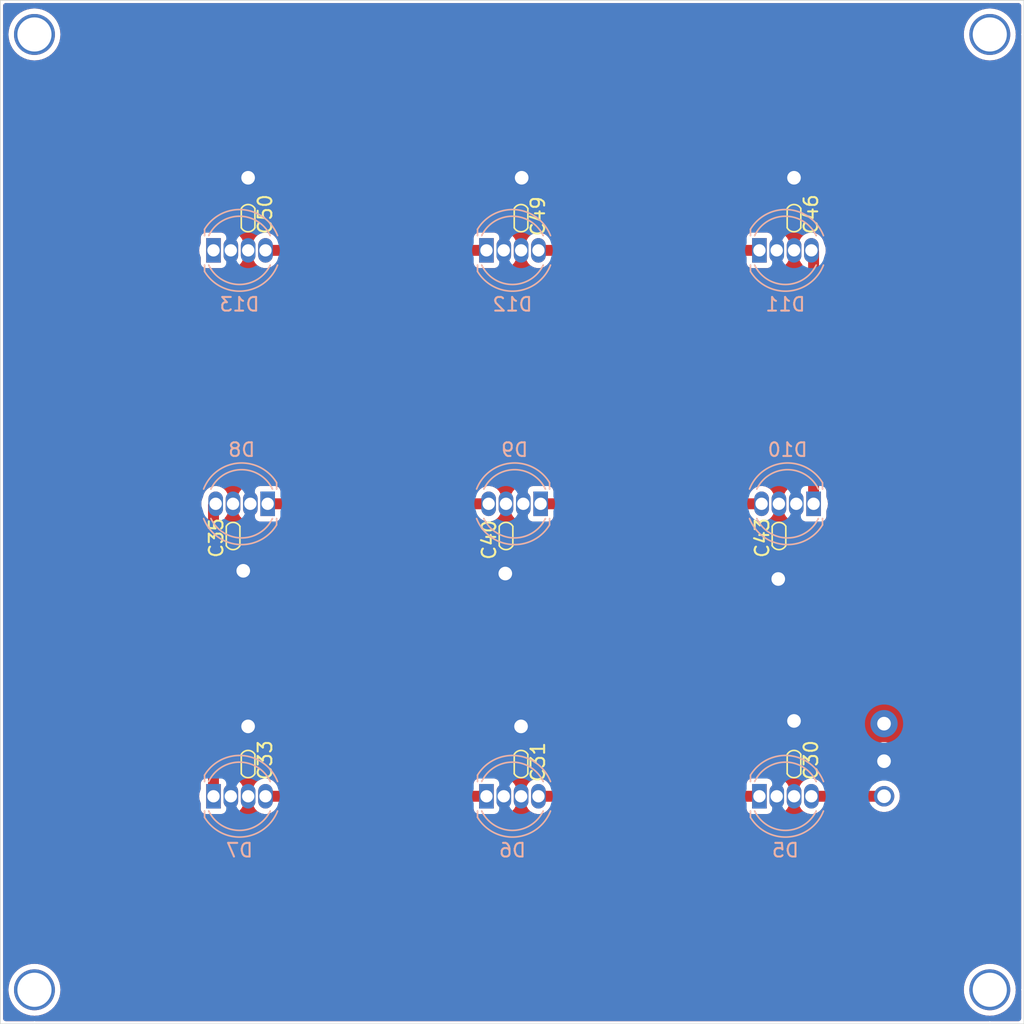
<source format=kicad_pcb>
(kicad_pcb (version 20221018) (generator pcbnew)
  (title_block (title "странный кубик") (date "2023-06-22") (company "НТЦ Вулкан") (comment 1 "Странные игры") (comment 2 "Круглов В.С."))
  (layers (0 "F.Cu" signal) (31 "B.Cu" signal) (34 "B.Paste" user) (35 "F.Paste" user) (36 "B.SilkS" user "B.Silkscreen") (37 "F.SilkS" user "F.Silkscreen") (38 "B.Mask" user) (39 "F.Mask" user) (44 "Edge.Cuts" user))
  (net 0 "")
  (net 1 "GND")
  (net 2 "Net-(D6-DO)")
  (net 3 "Net-(D10-DI)")
  (net 4 "Net-(D5-DO)")
  (net 5 "+3V3")
  (net 6 "Net-(D7-DO)")
  (net 8 "Net-(D10-DO)")
  (net 9 "Net-(D11-DO)")
  (net 10 "Net-(D8-DO)")
  (net 11 "Luminodiodes")
  (net 12 "Net-(D12-DO)")
  (footprint "PCM_Capacitor_SMD_AKL:C_0402_1005Metric" (layer "F.Cu") (at 167.5 131 90)
    (fp_text reference "C31" (at 0.1404 1.2348 90) (layer "F.SilkS"))
    (fp_text value "C_Generic" hide)
    (fp_line (start -0.7 0.5) (end 0.7 0.5) (stroke (width 0.12)) (layer "F.SilkS"))
    (fp_line (start 0.7 -0.5) (end -0.7 -0.5) (stroke (width 0.12)) (layer "F.SilkS"))
    (fp_arc (start -0.7 0.5) (mid -0.998531 0) (end -0.7 -0.5) (stroke (width 0.12)) (layer "F.SilkS"))
    (fp_arc (start 0.7 -0.5) (mid 0.998532 0) (end 0.7 0.5) (stroke (width 0.12)) (layer "F.SilkS"))
    (pad "1" smd roundrect (at -0.48 0 90) (size 0.56 0.62) (layers "F.Cu" "F.Paste" "F.Mask") (net 5 "+3V3"))
    (pad "2" smd roundrect (at 0.48 0 90) (size 0.56 0.62) (layers "F.Cu" "F.Paste" "F.Mask") (net 1 "GND"))
  )
  (footprint "PCM_Capacitor_SMD_AKL:C_0402_1005Metric" (layer "F.Cu") (at 147.5 131 -90)
    (fp_text reference "C33" (at -0.282 -1.2446 90) (layer "F.SilkS"))
    (fp_text value "C_Generic" hide)
    (fp_line (start -0.7 0.5) (end 0.7 0.5) (stroke (width 0.12)) (layer "F.SilkS"))
    (fp_line (start 0.7 -0.5) (end -0.7 -0.5) (stroke (width 0.12)) (layer "F.SilkS"))
    (fp_arc (start -0.7 0.5) (mid -0.998531 0) (end -0.7 -0.5) (stroke (width 0.12)) (layer "F.SilkS"))
    (fp_arc (start 0.7 -0.5) (mid 0.998532 0) (end 0.7 0.5) (stroke (width 0.12)) (layer "F.SilkS"))
    (pad "1" smd roundrect (at -0.48 0 270) (size 0.56 0.62) (layers "F.Cu" "F.Paste" "F.Mask") (net 1 "GND"))
    (pad "2" smd roundrect (at 0.48 0 270) (size 0.56 0.62) (layers "F.Cu" "F.Paste" "F.Mask") (net 5 "+3V3"))
  )
  (footprint "PCM_Capacitor_SMD_AKL:C_0402_1005Metric" (layer "F.Cu") (at 167.5 91 90)
    (fp_text reference "C49" (at 0.1404 1.2348 90) (layer "F.SilkS"))
    (fp_text value "C_Generic" hide)
    (fp_line (start -0.7 0.5) (end 0.7 0.5) (stroke (width 0.12)) (layer "F.SilkS"))
    (fp_line (start 0.7 -0.5) (end -0.7 -0.5) (stroke (width 0.12)) (layer "F.SilkS"))
    (fp_arc (start -0.7 0.5) (mid -0.998531 0) (end -0.7 -0.5) (stroke (width 0.12)) (layer "F.SilkS"))
    (fp_arc (start 0.7 -0.5) (mid 0.998532 0) (end 0.7 0.5) (stroke (width 0.12)) (layer "F.SilkS"))
    (pad "1" smd roundrect (at -0.48 0 90) (size 0.56 0.62) (layers "F.Cu" "F.Paste" "F.Mask") (net 5 "+3V3"))
    (pad "2" smd roundrect (at 0.48 0 90) (size 0.56 0.62) (layers "F.Cu" "F.Paste" "F.Mask") (net 1 "GND"))
  )
  (footprint "PCM_Capacitor_SMD_AKL:C_0402_1005Metric" (layer "F.Cu") (at 146.4 114.2892 -90)
    (fp_text reference "C35" (at 0.1404 1.2348 90) (layer "F.SilkS"))
    (fp_text value "C_Generic" hide)
    (fp_line (start -0.7 0.5) (end 0.7 0.5) (stroke (width 0.12)) (layer "F.SilkS"))
    (fp_line (start 0.7 -0.5) (end -0.7 -0.5) (stroke (width 0.12)) (layer "F.SilkS"))
    (fp_arc (start -0.7 0.5) (mid -0.998531 0) (end -0.7 -0.5) (stroke (width 0.12)) (layer "F.SilkS"))
    (fp_arc (start 0.7 -0.5) (mid 0.998532 0) (end 0.7 0.5) (stroke (width 0.12)) (layer "F.SilkS"))
    (pad "1" smd roundrect (at -0.48 0 270) (size 0.56 0.62) (layers "F.Cu" "F.Paste" "F.Mask") (net 5 "+3V3"))
    (pad "2" smd roundrect (at 0.48 0 270) (size 0.56 0.62) (layers "F.Cu" "F.Paste" "F.Mask") (net 1 "GND"))
  )
  (footprint "PCM_Capacitor_SMD_AKL:C_0402_1005Metric" (layer "F.Cu") (at 166.4 114.2892 90)
    (fp_text reference "C40" (at -0.282 -1.2446 90) (layer "F.SilkS"))
    (fp_text value "C_Generic" hide)
    (fp_line (start -0.7 0.5) (end 0.7 0.5) (stroke (width 0.12)) (layer "F.SilkS"))
    (fp_line (start 0.7 -0.5) (end -0.7 -0.5) (stroke (width 0.12)) (layer "F.SilkS"))
    (fp_arc (start -0.7 0.5) (mid -0.998531 0) (end -0.7 -0.5) (stroke (width 0.12)) (layer "F.SilkS"))
    (fp_arc (start 0.7 -0.5) (mid 0.998532 0) (end 0.7 0.5) (stroke (width 0.12)) (layer "F.SilkS"))
    (pad "1" smd roundrect (at -0.48 0 90) (size 0.56 0.62) (layers "F.Cu" "F.Paste" "F.Mask") (net 1 "GND"))
    (pad "2" smd roundrect (at 0.48 0 90) (size 0.56 0.62) (layers "F.Cu" "F.Paste" "F.Mask") (net 5 "+3V3"))
  )
  (footprint "PCM_Capacitor_SMD_AKL:C_0402_1005Metric" (layer "F.Cu") (at 187.5 91 -90)
    (fp_text reference "C46" (at -0.282 -1.2446 90) (layer "F.SilkS"))
    (fp_text value "C_Generic" hide)
    (fp_line (start -0.7 0.5) (end 0.7 0.5) (stroke (width 0.12)) (layer "F.SilkS"))
    (fp_line (start 0.7 -0.5) (end -0.7 -0.5) (stroke (width 0.12)) (layer "F.SilkS"))
    (fp_arc (start -0.7 0.5) (mid -0.998531 0) (end -0.7 -0.5) (stroke (width 0.12)) (layer "F.SilkS"))
    (fp_arc (start 0.7 -0.5) (mid 0.998532 0) (end 0.7 0.5) (stroke (width 0.12)) (layer "F.SilkS"))
    (pad "1" smd roundrect (at -0.48 0 270) (size 0.56 0.62) (layers "F.Cu" "F.Paste" "F.Mask") (net 1 "GND"))
    (pad "2" smd roundrect (at 0.48 0 270) (size 0.56 0.62) (layers "F.Cu" "F.Paste" "F.Mask") (net 5 "+3V3"))
  )
  (footprint "PCM_Capacitor_SMD_AKL:C_0402_1005Metric" (layer "F.Cu") (at 187.5 131 -90)
    (fp_text reference "C30" (at -0.282 -1.2446 90) (layer "F.SilkS"))
    (fp_text value "C_Generic" hide)
    (fp_line (start -0.7 0.5) (end 0.7 0.5) (stroke (width 0.12)) (layer "F.SilkS"))
    (fp_line (start 0.7 -0.5) (end -0.7 -0.5) (stroke (width 0.12)) (layer "F.SilkS"))
    (fp_arc (start -0.7 0.5) (mid -0.998531 0) (end -0.7 -0.5) (stroke (width 0.12)) (layer "F.SilkS"))
    (fp_arc (start 0.7 -0.5) (mid 0.998532 0) (end 0.7 0.5) (stroke (width 0.12)) (layer "F.SilkS"))
    (pad "1" smd roundrect (at -0.48 0 270) (size 0.56 0.62) (layers "F.Cu" "F.Paste" "F.Mask") (net 1 "GND"))
    (pad "2" smd roundrect (at 0.48 0 270) (size 0.56 0.62) (layers "F.Cu" "F.Paste" "F.Mask") (net 5 "+3V3"))
  )
  (footprint "PCM_Capacitor_SMD_AKL:C_0402_1005Metric" (layer "F.Cu") (at 186.4 114.2892 -90)
    (fp_text reference "C43" (at 0.1404 1.2348 90) (layer "F.SilkS"))
    (fp_text value "C_Generic" hide)
    (fp_line (start -0.7 0.5) (end 0.7 0.5) (stroke (width 0.12)) (layer "F.SilkS"))
    (fp_line (start 0.7 -0.5) (end -0.7 -0.5) (stroke (width 0.12)) (layer "F.SilkS"))
    (fp_arc (start -0.7 0.5) (mid -0.998531 0) (end -0.7 -0.5) (stroke (width 0.12)) (layer "F.SilkS"))
    (fp_arc (start 0.7 -0.5) (mid 0.998532 0) (end 0.7 0.5) (stroke (width 0.12)) (layer "F.SilkS"))
    (pad "1" smd roundrect (at -0.48 0 270) (size 0.56 0.62) (layers "F.Cu" "F.Paste" "F.Mask") (net 5 "+3V3"))
    (pad "2" smd roundrect (at 0.48 0 270) (size 0.56 0.62) (layers "F.Cu" "F.Paste" "F.Mask") (net 1 "GND"))
  )
  (footprint "PCM_Capacitor_SMD_AKL:C_0402_1005Metric" (layer "F.Cu") (at 147.5 91 -90)
    (fp_text reference "C50" (at -0.282 -1.2446 90) (layer "F.SilkS"))
    (fp_text value "C_Generic" hide)
    (fp_line (start -0.7 0.5) (end 0.7 0.5) (stroke (width 0.12)) (layer "F.SilkS"))
    (fp_line (start 0.7 -0.5) (end -0.7 -0.5) (stroke (width 0.12)) (layer "F.SilkS"))
    (fp_arc (start -0.7 0.5) (mid -0.998531 0) (end -0.7 -0.5) (stroke (width 0.12)) (layer "F.SilkS"))
    (fp_arc (start 0.7 -0.5) (mid 0.998532 0) (end 0.7 0.5) (stroke (width 0.12)) (layer "F.SilkS"))
    (pad "1" smd roundrect (at -0.48 0 270) (size 0.56 0.62) (layers "F.Cu" "F.Paste" "F.Mask") (net 1 "GND"))
    (pad "2" smd roundrect (at 0.48 0 270) (size 0.56 0.62) (layers "F.Cu" "F.Paste" "F.Mask") (net 5 "+3V3"))
  )
  (footprint "LED_THT:LED_D5.0mm-4_RGB" (layer "B.Cu") (at 148.935 111.9296 180)
    (fp_text reference "D8" (at 1.905 3.96) (layer "B.SilkS") (effects (justify mirror)))
    (fp_text value "yf923" hide)
    (fp_line (start -0.655 -1.08) (end -0.655 -1.545) (stroke (width 0.12)) (layer "B.SilkS"))
    (fp_line (start -0.655 1.545) (end -0.655 1.08) (stroke (width 0.12)) (layer "B.SilkS"))
    (fp_arc (start -0.655 -1.54483) (mid 2.163456 -2.978809) (end 4.692815 -1.080827) (stroke (width 0.12)) (layer "B.SilkS"))
    (fp_arc (start -0.349684 -1.08) (mid 1.904762 -2.5) (end 4.159479 -1.080429) (stroke (width 0.12)) (layer "B.SilkS"))
    (fp_arc (start 4.159479 1.080429) (mid 1.904762 2.5) (end -0.349684 1.08) (stroke (width 0.12)) (layer "B.SilkS"))
    (fp_arc (start 4.692815 1.080827) (mid 2.163456 2.978808) (end -0.655 1.54483) (stroke (width 0.12)) (layer "B.SilkS"))
    (pad "1" thru_hole rect (at 0 0 180) (size 1.07 1.8) (drill 0.9) (layers "*.Cu" "*.Mask") (net 10 "Net-(D8-DO)"))
    (pad "2" thru_hole oval (at 1.27 0 180) (size 1.07 1.8) (drill 0.9) (layers "*.Cu" "*.Mask") (net 1 "GND"))
    (pad "3" thru_hole oval (at 2.54 0 180) (size 1.07 1.8) (drill 0.9) (layers "*.Cu" "*.Mask") (net 5 "+3V3"))
    (pad "4" thru_hole oval (at 3.81 0 180) (size 1.07 1.8) (drill 0.9) (layers "*.Cu" "*.Mask") (net 6 "Net-(D7-DO)"))
  )
  (footprint "LED_THT:LED_D5.0mm-4_RGB" (layer "B.Cu") (at 184.965 133.3596)
    (fp_text reference "D5" (at 1.905 3.96) (layer "B.SilkS") (effects (justify mirror)))
    (fp_text value "yf923" hide)
    (fp_line (start -0.655 -1.08) (end -0.655 -1.545) (stroke (width 0.12)) (layer "B.SilkS"))
    (fp_line (start -0.655 1.545) (end -0.655 1.08) (stroke (width 0.12)) (layer "B.SilkS"))
    (fp_arc (start -0.655 -1.54483) (mid 2.163456 -2.978809) (end 4.692815 -1.080827) (stroke (width 0.12)) (layer "B.SilkS"))
    (fp_arc (start -0.349684 -1.08) (mid 1.904762 -2.5) (end 4.159479 -1.080429) (stroke (width 0.12)) (layer "B.SilkS"))
    (fp_arc (start 4.159479 1.080429) (mid 1.904762 2.5) (end -0.349684 1.08) (stroke (width 0.12)) (layer "B.SilkS"))
    (fp_arc (start 4.692815 1.080827) (mid 2.163456 2.978808) (end -0.655 1.54483) (stroke (width 0.12)) (layer "B.SilkS"))
    (pad "1" thru_hole rect (at 0 0) (size 1.07 1.8) (drill 0.9) (layers "*.Cu" "*.Mask") (net 4 "Net-(D5-DO)"))
    (pad "2" thru_hole oval (at 1.27 0) (size 1.07 1.8) (drill 0.9) (layers "*.Cu" "*.Mask") (net 1 "GND"))
    (pad "3" thru_hole oval (at 2.54 0) (size 1.07 1.8) (drill 0.9) (layers "*.Cu" "*.Mask") (net 5 "+3V3"))
    (pad "4" thru_hole oval (at 3.81 0) (size 1.07 1.8) (drill 0.9) (layers "*.Cu" "*.Mask") (net 11 "Luminodiodes"))
  )
  (footprint "LED_THT:LED_D5.0mm-4_RGB" (layer "B.Cu") (at 168.935 111.9296 180)
    (fp_text reference "D9" (at 1.905 3.96) (layer "B.SilkS") (effects (justify mirror)))
    (fp_text value "yf923" hide)
    (fp_line (start -0.655 -1.08) (end -0.655 -1.545) (stroke (width 0.12)) (layer "B.SilkS"))
    (fp_line (start -0.655 1.545) (end -0.655 1.08) (stroke (width 0.12)) (layer "B.SilkS"))
    (fp_arc (start -0.655 -1.54483) (mid 2.163456 -2.978809) (end 4.692815 -1.080827) (stroke (width 0.12)) (layer "B.SilkS"))
    (fp_arc (start -0.349684 -1.08) (mid 1.904762 -2.5) (end 4.159479 -1.080429) (stroke (width 0.12)) (layer "B.SilkS"))
    (fp_arc (start 4.159479 1.080429) (mid 1.904762 2.5) (end -0.349684 1.08) (stroke (width 0.12)) (layer "B.SilkS"))
    (fp_arc (start 4.692815 1.080827) (mid 2.163456 2.978808) (end -0.655 1.54483) (stroke (width 0.12)) (layer "B.SilkS"))
    (pad "1" thru_hole rect (at 0 0 180) (size 1.07 1.8) (drill 0.9) (layers "*.Cu" "*.Mask") (net 3 "Net-(D10-DI)"))
    (pad "2" thru_hole oval (at 1.27 0 180) (size 1.07 1.8) (drill 0.9) (layers "*.Cu" "*.Mask") (net 1 "GND"))
    (pad "3" thru_hole oval (at 2.54 0 180) (size 1.07 1.8) (drill 0.9) (layers "*.Cu" "*.Mask") (net 5 "+3V3"))
    (pad "4" thru_hole oval (at 3.81 0 180) (size 1.07 1.8) (drill 0.9) (layers "*.Cu" "*.Mask") (net 10 "Net-(D8-DO)"))
  )
  (footprint "LED_THT:LED_D5.0mm-4_RGB" (layer "B.Cu") (at 188.935 111.9296 180)
    (fp_text reference "D10" (at 1.905 3.96) (layer "B.SilkS") (effects (justify mirror)))
    (fp_text value "yf923" hide)
    (fp_line (start -0.655 -1.08) (end -0.655 -1.545) (stroke (width 0.12)) (layer "B.SilkS"))
    (fp_line (start -0.655 1.545) (end -0.655 1.08) (stroke (width 0.12)) (layer "B.SilkS"))
    (fp_arc (start -0.655 -1.54483) (mid 2.163456 -2.978809) (end 4.692815 -1.080827) (stroke (width 0.12)) (layer "B.SilkS"))
    (fp_arc (start -0.349684 -1.08) (mid 1.904762 -2.5) (end 4.159479 -1.080429) (stroke (width 0.12)) (layer "B.SilkS"))
    (fp_arc (start 4.159479 1.080429) (mid 1.904762 2.5) (end -0.349684 1.08) (stroke (width 0.12)) (layer "B.SilkS"))
    (fp_arc (start 4.692815 1.080827) (mid 2.163456 2.978808) (end -0.655 1.54483) (stroke (width 0.12)) (layer "B.SilkS"))
    (pad "1" thru_hole rect (at 0 0 180) (size 1.07 1.8) (drill 0.9) (layers "*.Cu" "*.Mask") (net 8 "Net-(D10-DO)"))
    (pad "2" thru_hole oval (at 1.27 0 180) (size 1.07 1.8) (drill 0.9) (layers "*.Cu" "*.Mask") (net 1 "GND"))
    (pad "3" thru_hole oval (at 2.54 0 180) (size 1.07 1.8) (drill 0.9) (layers "*.Cu" "*.Mask") (net 5 "+3V3"))
    (pad "4" thru_hole oval (at 3.81 0 180) (size 1.07 1.8) (drill 0.9) (layers "*.Cu" "*.Mask") (net 3 "Net-(D10-DI)"))
  )
  (footprint "LED_THT:LED_D5.0mm-4_RGB" (layer "B.Cu") (at 184.965 93.3596)
    (fp_text reference "D11" (at 1.905 3.96 180) (layer "B.SilkS") (effects (justify mirror)))
    (fp_text value "yf923" hide)
    (fp_line (start -0.655 -1.08) (end -0.655 -1.545) (stroke (width 0.12)) (layer "B.SilkS"))
    (fp_line (start -0.655 1.545) (end -0.655 1.08) (stroke (width 0.12)) (layer "B.SilkS"))
    (fp_arc (start -0.655 -1.54483) (mid 2.163456 -2.978809) (end 4.692815 -1.080827) (stroke (width 0.12)) (layer "B.SilkS"))
    (fp_arc (start -0.349684 -1.08) (mid 1.904762 -2.5) (end 4.159479 -1.080429) (stroke (width 0.12)) (layer "B.SilkS"))
    (fp_arc (start 4.159479 1.080429) (mid 1.904762 2.5) (end -0.349684 1.08) (stroke (width 0.12)) (layer "B.SilkS"))
    (fp_arc (start 4.692815 1.080827) (mid 2.163456 2.978808) (end -0.655 1.54483) (stroke (width 0.12)) (layer "B.SilkS"))
    (pad "1" thru_hole rect (at 0 0) (size 1.07 1.8) (drill 0.9) (layers "*.Cu" "*.Mask") (net 9 "Net-(D11-DO)"))
    (pad "2" thru_hole oval (at 1.27 0) (size 1.07 1.8) (drill 0.9) (layers "*.Cu" "*.Mask") (net 1 "GND"))
    (pad "3" thru_hole oval (at 2.54 0) (size 1.07 1.8) (drill 0.9) (layers "*.Cu" "*.Mask") (net 5 "+3V3"))
    (pad "4" thru_hole oval (at 3.81 0) (size 1.07 1.8) (drill 0.9) (layers "*.Cu" "*.Mask") (net 8 "Net-(D10-DO)"))
  )
  (footprint "LED_THT:LED_D5.0mm-4_RGB" (layer "B.Cu") (at 144.965 133.3596)
    (fp_text reference "D7" (at 1.905 3.96) (layer "B.SilkS") (effects (justify mirror)))
    (fp_text value "yf923" hide)
    (fp_line (start -0.655 -1.08) (end -0.655 -1.545) (stroke (width 0.12)) (layer "B.SilkS"))
    (fp_line (start -0.655 1.545) (end -0.655 1.08) (stroke (width 0.12)) (layer "B.SilkS"))
    (fp_arc (start -0.655 -1.54483) (mid 2.163456 -2.978809) (end 4.692815 -1.080827) (stroke (width 0.12)) (layer "B.SilkS"))
    (fp_arc (start -0.349684 -1.08) (mid 1.904762 -2.5) (end 4.159479 -1.080429) (stroke (width 0.12)) (layer "B.SilkS"))
    (fp_arc (start 4.159479 1.080429) (mid 1.904762 2.5) (end -0.349684 1.08) (stroke (width 0.12)) (layer "B.SilkS"))
    (fp_arc (start 4.692815 1.080827) (mid 2.163456 2.978808) (end -0.655 1.54483) (stroke (width 0.12)) (layer "B.SilkS"))
    (pad "1" thru_hole rect (at 0 0) (size 1.07 1.8) (drill 0.9) (layers "*.Cu" "*.Mask") (net 6 "Net-(D7-DO)"))
    (pad "2" thru_hole oval (at 1.27 0) (size 1.07 1.8) (drill 0.9) (layers "*.Cu" "*.Mask") (net 1 "GND"))
    (pad "3" thru_hole oval (at 2.54 0) (size 1.07 1.8) (drill 0.9) (layers "*.Cu" "*.Mask") (net 5 "+3V3"))
    (pad "4" thru_hole oval (at 3.81 0) (size 1.07 1.8) (drill 0.9) (layers "*.Cu" "*.Mask") (net 2 "Net-(D6-DO)"))
  )
  (footprint "LED_THT:LED_D5.0mm-4_RGB" (layer "B.Cu") (at 144.965 93.3596)
    (fp_text reference "D13" (at 1.905 3.96) (layer "B.SilkS") (effects (justify mirror)))
    (fp_text value "yf923" hide)
    (fp_line (start -0.655 -1.08) (end -0.655 -1.545) (stroke (width 0.12)) (layer "B.SilkS"))
    (fp_line (start -0.655 1.545) (end -0.655 1.08) (stroke (width 0.12)) (layer "B.SilkS"))
    (fp_arc (start -0.655 -1.54483) (mid 2.163456 -2.978809) (end 4.692815 -1.080827) (stroke (width 0.12)) (layer "B.SilkS"))
    (fp_arc (start -0.349684 -1.08) (mid 1.904762 -2.5) (end 4.159479 -1.080429) (stroke (width 0.12)) (layer "B.SilkS"))
    (fp_arc (start 4.159479 1.080429) (mid 1.904762 2.5) (end -0.349684 1.08) (stroke (width 0.12)) (layer "B.SilkS"))
    (fp_arc (start 4.692815 1.080827) (mid 2.163456 2.978808) (end -0.655 1.54483) (stroke (width 0.12)) (layer "B.SilkS"))
    (pad "1" thru_hole rect (at 0 0) (size 1.07 1.8) (drill 0.9) (layers "*.Cu" "*.Mask"))
    (pad "2" thru_hole oval (at 1.27 0) (size 1.07 1.8) (drill 0.9) (layers "*.Cu" "*.Mask") (net 1 "GND"))
    (pad "3" thru_hole oval (at 2.54 0) (size 1.07 1.8) (drill 0.9) (layers "*.Cu" "*.Mask") (net 5 "+3V3"))
    (pad "4" thru_hole oval (at 3.81 0) (size 1.07 1.8) (drill 0.9) (layers "*.Cu" "*.Mask") (net 12 "Net-(D12-DO)"))
  )
  (footprint "LED_THT:LED_D5.0mm-4_RGB" (layer "B.Cu") (at 164.965 133.3596)
    (fp_text reference "D6" (at 1.905 3.96) (layer "B.SilkS") (effects (justify mirror)))
    (fp_text value "yf923" hide)
    (fp_line (start -0.655 -1.08) (end -0.655 -1.545) (stroke (width 0.12)) (layer "B.SilkS"))
    (fp_line (start -0.655 1.545) (end -0.655 1.08) (stroke (width 0.12)) (layer "B.SilkS"))
    (fp_arc (start -0.655 -1.54483) (mid 2.163456 -2.978809) (end 4.692815 -1.080827) (stroke (width 0.12)) (layer "B.SilkS"))
    (fp_arc (start -0.349684 -1.08) (mid 1.904762 -2.5) (end 4.159479 -1.080429) (stroke (width 0.12)) (layer "B.SilkS"))
    (fp_arc (start 4.159479 1.080429) (mid 1.904762 2.5) (end -0.349684 1.08) (stroke (width 0.12)) (layer "B.SilkS"))
    (fp_arc (start 4.692815 1.080827) (mid 2.163456 2.978808) (end -0.655 1.54483) (stroke (width 0.12)) (layer "B.SilkS"))
    (pad "1" thru_hole rect (at 0 0) (size 1.07 1.8) (drill 0.9) (layers "*.Cu" "*.Mask") (net 2 "Net-(D6-DO)"))
    (pad "2" thru_hole oval (at 1.27 0) (size 1.07 1.8) (drill 0.9) (layers "*.Cu" "*.Mask") (net 1 "GND"))
    (pad "3" thru_hole oval (at 2.54 0) (size 1.07 1.8) (drill 0.9) (layers "*.Cu" "*.Mask") (net 5 "+3V3"))
    (pad "4" thru_hole oval (at 3.81 0) (size 1.07 1.8) (drill 0.9) (layers "*.Cu" "*.Mask") (net 4 "Net-(D5-DO)"))
  )
  (footprint "LED_THT:LED_D5.0mm-4_RGB" (layer "B.Cu") (at 164.965 93.3596)
    (fp_text reference "D12" (at 1.905 3.96) (layer "B.SilkS") (effects (justify mirror)))
    (fp_text value "yf923" hide)
    (fp_line (start -0.655 -1.08) (end -0.655 -1.545) (stroke (width 0.12)) (layer "B.SilkS"))
    (fp_line (start -0.655 1.545) (end -0.655 1.08) (stroke (width 0.12)) (layer "B.SilkS"))
    (fp_arc (start -0.655 -1.54483) (mid 2.163456 -2.978809) (end 4.692815 -1.080827) (stroke (width 0.12)) (layer "B.SilkS"))
    (fp_arc (start -0.349684 -1.08) (mid 1.904762 -2.5) (end 4.159479 -1.080429) (stroke (width 0.12)) (layer "B.SilkS"))
    (fp_arc (start 4.159479 1.080429) (mid 1.904762 2.5) (end -0.349684 1.08) (stroke (width 0.12)) (layer "B.SilkS"))
    (fp_arc (start 4.692815 1.080827) (mid 2.163456 2.978808) (end -0.655 1.54483) (stroke (width 0.12)) (layer "B.SilkS"))
    (pad "1" thru_hole rect (at 0 0) (size 1.07 1.8) (drill 0.9) (layers "*.Cu" "*.Mask") (net 12 "Net-(D12-DO)"))
    (pad "2" thru_hole oval (at 1.27 0) (size 1.07 1.8) (drill 0.9) (layers "*.Cu" "*.Mask") (net 1 "GND"))
    (pad "3" thru_hole oval (at 2.54 0) (size 1.07 1.8) (drill 0.9) (layers "*.Cu" "*.Mask") (net 5 "+3V3"))
    (pad "4" thru_hole oval (at 3.81 0) (size 1.07 1.8) (drill 0.9) (layers "*.Cu" "*.Mask") (net 9 "Net-(D11-DO)"))
  )
  (gr_rect (start 129.346 75.04) (end 204.346 150.04) (stroke (width 0.05)) (fill none) (layer "Edge.Cuts"))
  (via (at 201.846 147.54) (size 3) (drill 2.5) (layers "F.Cu" "B.Cu") (net 0))
  (via (at 201.846 77.54) (size 3) (drill 2.5) (layers "F.Cu" "B.Cu") (net 0))
  (via (at 131.846 77.54) (size 3) (drill 2.5) (layers "F.Cu" "B.Cu") (net 0))
  (via (at 131.846 147.54) (size 3) (drill 2.5) (layers "F.Cu" "B.Cu") (net 0))
  (segment (start 187.5 130.52) (end 187.5 127.84) (width 0.8) (layer "F.Cu") (net 1))
  (segment (start 186.4 117.386) (end 186.346 117.44) (width 0.8) (layer "F.Cu") (net 1))
  (segment (start 166.346 117.04) (end 166.4 116.986) (width 0.8) (layer "F.Cu") (net 1))
  (segment (start 147.5 130.5) (end 147.5 128.24) (width 0.8) (layer "F.Cu") (net 1))
  (segment (start 146.4 116.094) (end 147.146 116.84) (width 0.8) (layer "F.Cu") (net 1))
  (segment (start 186.4 114.9692) (end 186.4 117.386) (width 0.8) (layer "F.Cu") (net 1))
  (segment (start 146.4 114.9892) (end 146.4 116.094) (width 0.8) (layer "F.Cu") (net 1))
  (segment (start 187.5 90.32) (end 187.5 88.04) (width 0.8) (layer "F.Cu") (net 1))
  (segment (start 167.5 90.31) (end 167.5 88.086) (width 0.8) (layer "F.Cu") (net 1))
  (segment (start 147.5 90.3) (end 147.5 88.04) (width 0.8) (layer "F.Cu") (net 1))
  (segment (start 166.4 116.986) (end 166.4 114.9892) (width 0.8) (layer "F.Cu") (net 1))
  (segment (start 167.5 130.52) (end 167.5 128.24) (width 0.8) (layer "F.Cu") (net 1))
  (segment (start 167.5 88.086) (end 167.546 88.04) (width 0.8) (layer "F.Cu") (net 1))
  (via (at 147.5 128.24) (size 1.5) (drill 1) (layers "F.Cu" "B.Cu") (net 1))
  (via (at 187.5 127.84) (size 1.5) (drill 1) (layers "F.Cu" "B.Cu") (net 1))
  (via (at 186.346 117.44) (size 1.5) (drill 1) (layers "F.Cu" "B.Cu") (net 1))
  (via (at 147.146 116.84) (size 1.5) (drill 1) (layers "F.Cu" "B.Cu") (net 1))
  (via (at 194.096 130.79) (size 2) (drill 1) (layers "F.Cu" "B.Cu") (net 1))
  (via (at 167.5 128.24) (size 1.5) (drill 1) (layers "F.Cu" "B.Cu") (net 1))
  (via (at 166.346 117.04) (size 1.5) (drill 1) (layers "F.Cu" "B.Cu") (net 1))
  (via (at 147.5 88.04) (size 1.5) (drill 1) (layers "F.Cu" "B.Cu") (net 1))
  (via (at 167.546 88.04) (size 1.5) (drill 1) (layers "F.Cu" "B.Cu") (net 1))
  (via (at 187.5 88.04) (size 1.5) (drill 1) (layers "F.Cu" "B.Cu") (net 1))
  (segment (start 148.775 133.3596) (end 164.965 133.3596) (width 0.8) (layer "F.Cu") (net 2))
  (segment (start 168.935 111.9296) (end 185.125 111.9296) (width 0.8) (layer "F.Cu") (net 3))
  (segment (start 168.775 133.3596) (end 184.965 133.3596) (width 0.8) (layer "F.Cu") (net 4))
  (segment (start 187.505 93.3596) (end 187.505 93.953666) (width 0.35) (layer "F.Cu") (net 5))
  (segment (start 147.505 91.485) (end 147.5 91.48) (width 0.35) (layer "F.Cu") (net 5))
  (segment (start 167.505 91.485) (end 167.5 91.48) (width 0.8) (layer "F.Cu") (net 5))
  (segment (start 187.5 133.3546) (end 187.505 133.3596) (width 0.8) (layer "F.Cu") (net 5))
  (segment (start 147.505 93.953666) (end 147.505 93.3596) (width 0.35) (layer "F.Cu") (net 5))
  (segment (start 187.5 93.3546) (end 187.505 93.3596) (width 0.8) (layer "F.Cu") (net 5))
  (via (at 194.096 128.04) (size 2) (drill 1) (layers "F.Cu" "B.Cu") (net 5))
  (segment (start 144.965 133.3596) (end 144.965 112.0896) (width 0.8) (layer "F.Cu") (net 6))
  (segment (start 144.965 112.0896) (end 145.125 111.9296) (width 0.8) (layer "F.Cu") (net 6))
  (segment (start 145.125 133.1996) (end 144.965 133.3596) (width 0.25) (layer "F.Cu") (net 6))
  (segment (start 188.935 111.9296) (end 188.935 93.5196) (width 0.8) (layer "F.Cu") (net 8))
  (segment (start 188.935 93.5196) (end 188.775 93.3596) (width 0.8) (layer "F.Cu") (net 8))
  (segment (start 188.775 111.7696) (end 188.935 111.9296) (width 0.25) (layer "F.Cu") (net 8))
  (segment (start 168.775 93.3596) (end 184.965 93.3596) (width 0.8) (layer "F.Cu") (net 9))
  (segment (start 148.935 111.9296) (end 165.125 111.9296) (width 0.8) (layer "F.Cu") (net 10))
  (segment (start 188.775 133.3596) (end 194.1 133.3596) (width 0.8) (layer "F.Cu") (net 11))
  (segment (start 188.7 133.4346) (end 188.775 133.3596) (width 0.8) (layer "F.Cu") (net 11))
  (via (at 194.1 133.3596) (size 1.5) (drill 1) (layers "F.Cu" "B.Cu") (net 11))
  (segment (start 164.965 93.3596) (end 148.775 93.3596) (width 0.8) (layer "F.Cu") (net 12))
  (zone (net 5) (net_name "+3V3") (layer "F.Cu") (name "+3V3") (priority 1) (connect_pads yes (clearance 0.4)) (min_thickness 0.4) (fill yes (thermal_gap 0.4) (thermal_bridge_width 0.4))
    (polygon (pts (xy 129.346 75.04) (xy 129.346 150.04) (xy 204.346 150.04) (xy 204.346 75.04)))
  )
  (zone (net 1) (net_name "GND") (layer "B.Cu") (name "GND") (connect_pads yes (clearance 0.4)) (min_thickness 0.4) (fill yes (thermal_gap 0.4) (thermal_bridge_width 0.4))
    (polygon (pts (xy 129.346 75.04) (xy 129.346 150.04) (xy 204.346 150.04) (xy 204.346 75.04)))
  )
)
</source>
